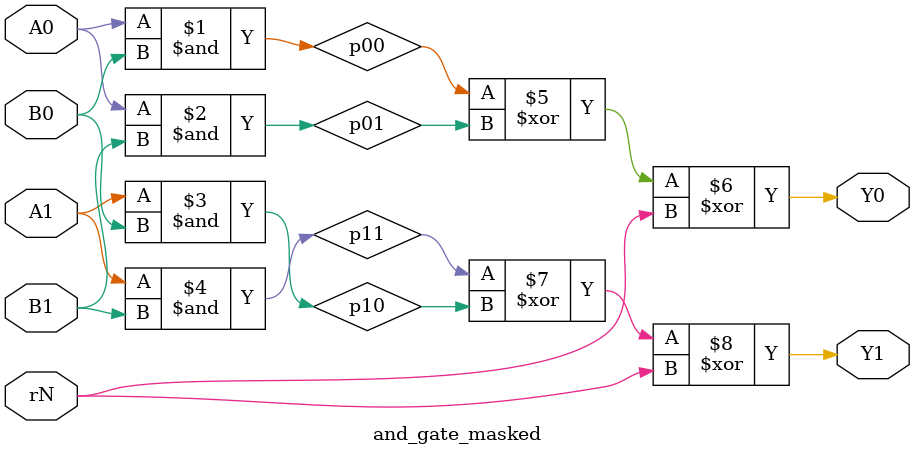
<source format=v>
module and_gate_masked (
    input  wire A0,
    input  wire A1,
    input  wire B0,
    input  wire B1,
    input  wire rN,
    output wire Y0,
    output wire Y1
);

    wire p00, p01, p10, p11;

    assign p00 = A0 & B0;
    assign p01 = A0 & B1;
    assign p10 = A1 & B0;
    assign p11 = A1 & B1;

    assign Y0 = p00 ^ p01 ^ rN;
    assign Y1 = p11 ^ p10 ^ rN;

endmodule

</source>
